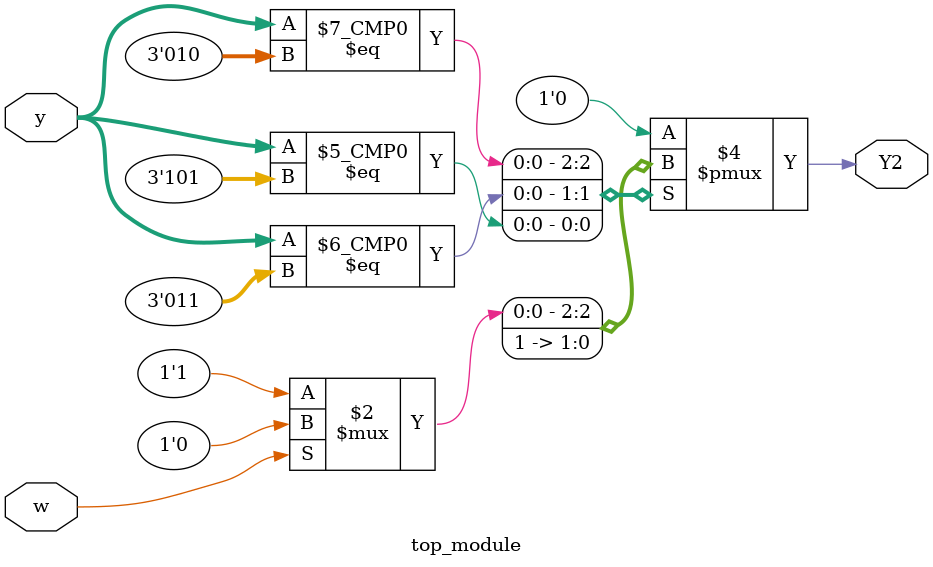
<source format=sv>
module top_module(
    input [3:1] y,
    input w,
    output reg Y2);

    always @(*) begin
        case (y)
            3'b000: Y2 = 1'b0; // State A
            3'b001: Y2 = 1'b0; // State B
            3'b010: Y2 = w ? 1'b0 : 1'b1; // State C
            3'b011: Y2 = 1'b1; // State D
            3'b100: Y2 = 1'b0; // State E
            3'b101: Y2 = 1'b1; // State F
            default: Y2 = 1'b0; // Default case to handle any unexpected inputs
        endcase
    end
endmodule

</source>
